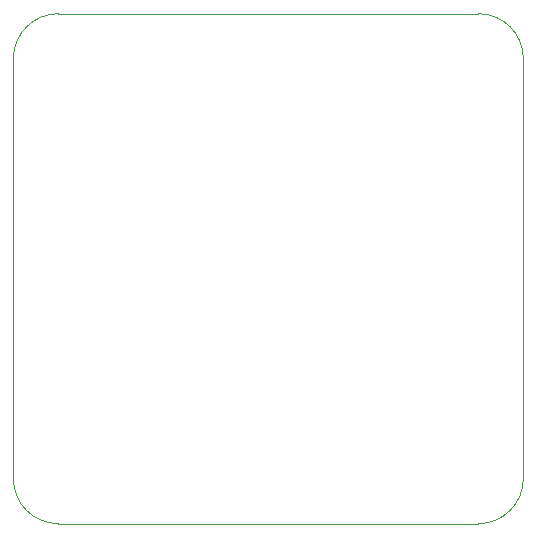
<source format=gbr>
G04 #@! TF.GenerationSoftware,KiCad,Pcbnew,5.0.0-fee4fd1~66~ubuntu18.04.1*
G04 #@! TF.CreationDate,2018-09-29T20:43:12+02:00*
G04 #@! TF.ProjectId,attinyReflexos,617474696E795265666C65786F732E6B,rev?*
G04 #@! TF.SameCoordinates,Original*
G04 #@! TF.FileFunction,Profile,NP*
%FSLAX46Y46*%
G04 Gerber Fmt 4.6, Leading zero omitted, Abs format (unit mm)*
G04 Created by KiCad (PCBNEW 5.0.0-fee4fd1~66~ubuntu18.04.1) date Sat Sep 29 20:43:12 2018*
%MOMM*%
%LPD*%
G01*
G04 APERTURE LIST*
%ADD10C,0.100000*%
G04 APERTURE END LIST*
D10*
X173990000Y-133350000D02*
X138430000Y-133350000D01*
X134620000Y-93980000D02*
X134620000Y-129540000D01*
X173990000Y-90170000D02*
X138430000Y-90170000D01*
X177800000Y-129540000D02*
X177800000Y-93980000D01*
X138430000Y-90170000D02*
G75*
G03X134620000Y-93980000I0J-3810000D01*
G01*
X177800000Y-93980000D02*
G75*
G03X173990000Y-90170000I-3810000J0D01*
G01*
X173990000Y-133350000D02*
G75*
G03X177800000Y-129540000I0J3810000D01*
G01*
X134620000Y-129540000D02*
G75*
G03X138430000Y-133350000I3810000J0D01*
G01*
M02*

</source>
